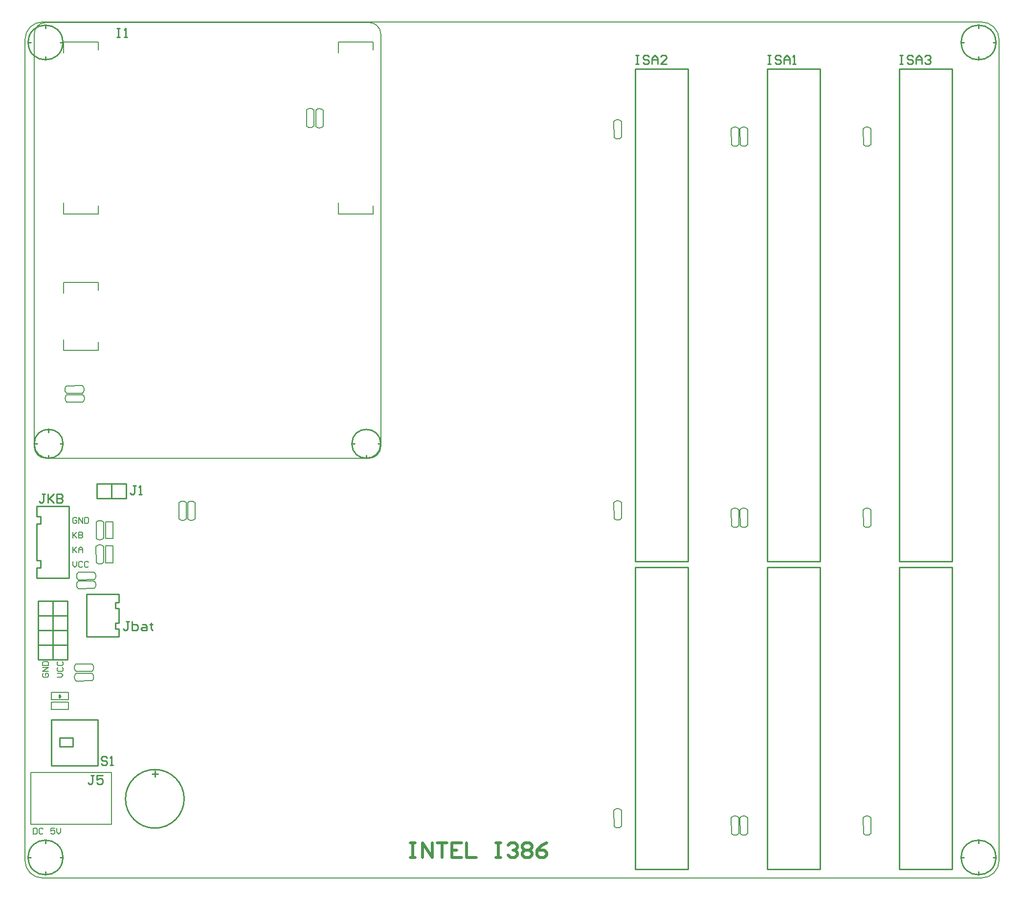
<source format=gto>
%FSLAX44Y44*%
%MOMM*%
G71*
G01*
G75*
%ADD10R,0.8890X0.9652*%
%ADD11R,0.8000X0.9000*%
%ADD12R,1.0160X0.9400*%
%ADD13R,1.0160X0.9398*%
%ADD14R,0.9400X1.0160*%
%ADD15R,0.9398X1.0160*%
%ADD16R,0.9652X0.8890*%
%ADD17R,2.2000X0.3600*%
%ADD18R,3.0000X1.0000*%
%ADD19C,0.2000*%
%ADD20C,0.2032*%
%ADD21C,0.2540*%
%ADD22C,1.5240*%
%ADD23C,0.5080*%
%ADD24O,1.0160X1.6510*%
%ADD25O,1.4000X3.8000*%
%ADD26O,3.8000X1.4000*%
%ADD27C,1.5240*%
%ADD28R,1.5240X1.5240*%
%ADD29C,1.7780*%
%ADD30C,1.2700*%
%ADD31R,1.2700X1.2700*%
%ADD32C,4.0000*%
%ADD33C,5.0000*%
%ADD34C,0.4000*%
%ADD35C,0.3810*%
%ADD36C,2.0000*%
%ADD37C,0.6350*%
%ADD38C,0.3810*%
%ADD39C,0.1270*%
%ADD40C,0.1524*%
%ADD41C,0.1500*%
%ADD42C,0.2286*%
D19*
X-1061000Y-609000D02*
G03*
X-1041000Y-629000I20000J0D01*
G01*
X-481000D02*
G03*
X-461000Y-609000I0J20000D01*
G01*
X-1041000Y126000D02*
G03*
X-1061000Y106000I0J-20000D01*
G01*
X-461000Y106000D02*
G03*
X-481000Y126000I-20000J0D01*
G01*
X-1041000D02*
X-481000D01*
X-1041000Y-629000D02*
X-481000D01*
X-1061000Y-609000D02*
Y106000D01*
X-461000Y-609000D02*
Y106000D01*
D20*
X579120Y-1356360D02*
G03*
X609600Y-1325880I0J30480D01*
G01*
Y96520D02*
G03*
X579120Y127000I-30480J0D01*
G01*
X-1076960Y-1325880D02*
G03*
X-1046480Y-1356360I30480J0D01*
G01*
Y127000D02*
G03*
X-1076960Y96520I0J-30480D01*
G01*
X-1066800Y-1173480D02*
X-927100D01*
Y-1263650D02*
Y-1173480D01*
X-1066800Y-1263650D02*
X-927100D01*
X-1066800D02*
Y-1173480D01*
X-1046480Y-1356360D02*
X579120D01*
X-1076960Y-1325880D02*
Y96520D01*
X-1046480Y127000D02*
X579120D01*
X609600Y-1325880D02*
Y96520D01*
X-950000Y78500D02*
Y92500D01*
X-1010000Y73500D02*
Y92500D01*
X-950000D01*
X-1010000Y-205500D02*
Y-186500D01*
X-950000Y-205500D02*
Y-191500D01*
X-1010000Y-205500D02*
X-950000D01*
X-474000Y78500D02*
Y92500D01*
X-534000Y73500D02*
Y92500D01*
X-474000D01*
X-534000Y-205500D02*
Y-186500D01*
X-474000Y-205500D02*
Y-191500D01*
X-534000Y-205500D02*
X-474000D01*
X-1010000Y-442000D02*
X-950000D01*
Y-428000D01*
X-1010000Y-442000D02*
Y-423000D01*
X-1010000Y-324000D02*
X-950000D01*
X-1010000Y-343000D02*
Y-324000D01*
X-950000Y-338000D02*
Y-324000D01*
X-987639Y-733216D02*
X-989332Y-731523D01*
X-992717D01*
X-994410Y-733216D01*
Y-739987D01*
X-992717Y-741680D01*
X-989332D01*
X-987639Y-739987D01*
Y-736602D01*
X-991024D01*
X-984253Y-741680D02*
Y-731523D01*
X-977482Y-741680D01*
Y-731523D01*
X-974097D02*
Y-741680D01*
X-969018D01*
X-967325Y-739987D01*
Y-733216D01*
X-969018Y-731523D01*
X-974097D01*
X-994410Y-756923D02*
Y-767080D01*
Y-763694D01*
X-987639Y-756923D01*
X-992717Y-762002D01*
X-987639Y-767080D01*
X-984253Y-756923D02*
Y-767080D01*
X-979175D01*
X-977482Y-765387D01*
Y-763694D01*
X-979175Y-762002D01*
X-984253D01*
X-979175D01*
X-977482Y-760309D01*
Y-758616D01*
X-979175Y-756923D01*
X-984253D01*
X-994410Y-782323D02*
Y-792480D01*
Y-789094D01*
X-987639Y-782323D01*
X-992717Y-787402D01*
X-987639Y-792480D01*
X-984253D02*
Y-785709D01*
X-980868Y-782323D01*
X-977482Y-785709D01*
Y-792480D01*
Y-787402D01*
X-984253D01*
X-994410Y-807723D02*
Y-814494D01*
X-991024Y-817880D01*
X-987639Y-814494D01*
Y-807723D01*
X-977482Y-809416D02*
X-979175Y-807723D01*
X-982561D01*
X-984253Y-809416D01*
Y-816187D01*
X-982561Y-817880D01*
X-979175D01*
X-977482Y-816187D01*
X-967325Y-809416D02*
X-969018Y-807723D01*
X-972404D01*
X-974097Y-809416D01*
Y-816187D01*
X-972404Y-817880D01*
X-969018D01*
X-967325Y-816187D01*
X-1021077Y-1008380D02*
X-1014306D01*
X-1010920Y-1004994D01*
X-1014306Y-1001609D01*
X-1021077D01*
X-1019384Y-991452D02*
X-1021077Y-993145D01*
Y-996531D01*
X-1019384Y-998223D01*
X-1012613D01*
X-1010920Y-996531D01*
Y-993145D01*
X-1012613Y-991452D01*
X-1019384Y-981295D02*
X-1021077Y-982988D01*
Y-986374D01*
X-1019384Y-988067D01*
X-1012613D01*
X-1010920Y-986374D01*
Y-982988D01*
X-1012613Y-981295D01*
X-1044784Y-1001609D02*
X-1046477Y-1003302D01*
Y-1006687D01*
X-1044784Y-1008380D01*
X-1038013D01*
X-1036320Y-1006687D01*
Y-1003302D01*
X-1038013Y-1001609D01*
X-1041398D01*
Y-1004994D01*
X-1036320Y-998223D02*
X-1046477D01*
X-1036320Y-991452D01*
X-1046477D01*
Y-988067D02*
X-1036320D01*
Y-982988D01*
X-1038013Y-981295D01*
X-1044784D01*
X-1046477Y-982988D01*
Y-988067D01*
X-1062990Y-1270003D02*
Y-1280160D01*
X-1057912D01*
X-1056219Y-1278467D01*
Y-1271696D01*
X-1057912Y-1270003D01*
X-1062990D01*
X-1046062Y-1271696D02*
X-1047755Y-1270003D01*
X-1051141D01*
X-1052833Y-1271696D01*
Y-1278467D01*
X-1051141Y-1280160D01*
X-1047755D01*
X-1046062Y-1278467D01*
X-1025749Y-1270003D02*
X-1032520D01*
Y-1275082D01*
X-1029134Y-1273389D01*
X-1027441D01*
X-1025749Y-1275082D01*
Y-1278467D01*
X-1027441Y-1280160D01*
X-1030827D01*
X-1032520Y-1278467D01*
X-1022363Y-1270003D02*
Y-1276774D01*
X-1018978Y-1280160D01*
X-1015592Y-1276774D01*
Y-1270003D01*
D21*
X-801370Y-1219200D02*
G03*
X-801370Y-1219200I-50800J0D01*
G01*
X-1011000Y-604000D02*
G03*
X-1011000Y-604000I-25000J0D01*
G01*
X-461000D02*
G03*
X-461000Y-604000I-25000J0D01*
G01*
X-1011400Y91440D02*
G03*
X-1011400Y91440I-30000J0D01*
G01*
Y-1320800D02*
G03*
X-1011400Y-1320800I-30000J0D01*
G01*
X604040Y91440D02*
G03*
X604040Y91440I-30000J0D01*
G01*
Y-1320800D02*
G03*
X604040Y-1320800I-30000J0D01*
G01*
X-1054100Y-876300D02*
X-1003300D01*
X-1054100Y-901700D02*
Y-876300D01*
Y-901700D02*
X-1003300D01*
Y-876300D01*
X-1028700Y-901700D02*
Y-876300D01*
X-1054100Y-901700D02*
X-1003300D01*
X-1054100Y-927100D02*
Y-901700D01*
Y-927100D02*
X-1003300D01*
Y-901700D01*
X-1028700Y-927100D02*
Y-901700D01*
X-1054100Y-927100D02*
X-1003300D01*
X-1054100Y-952500D02*
Y-927100D01*
Y-952500D02*
X-1003300D01*
Y-927100D01*
X-1028700Y-952500D02*
Y-927100D01*
X-1054100Y-952500D02*
X-1003300D01*
X-1054100Y-977900D02*
Y-952500D01*
Y-977900D02*
X-1003300D01*
Y-952500D01*
X-1028700Y-977900D02*
Y-952500D01*
X-1017270Y-1129030D02*
X-994410D01*
X-1017270D02*
Y-1113790D01*
X-994410Y-1129030D02*
Y-1113790D01*
X-1017270D02*
X-994410D01*
X-1031240Y-1162050D02*
Y-1082040D01*
Y-1162050D02*
X-951230D01*
Y-1082040D01*
X-1031240D02*
X-951230D01*
X-1056640Y-742950D02*
X-1050290D01*
X-1056640Y-806450D02*
X-1050290D01*
Y-742950D02*
Y-730250D01*
X-1056640D02*
X-1050290D01*
X-1056640D02*
Y-712470D01*
Y-806450D02*
Y-742950D01*
Y-836930D02*
Y-819150D01*
X-1050290D02*
Y-806450D01*
X-1056640Y-819150D02*
X-1050290D01*
X-1000760Y-836930D02*
Y-712470D01*
X-1056640Y-836930D02*
X-1000760D01*
X-1056640Y-712470D02*
X-1000760D01*
X-857250Y-1176020D02*
X-847090D01*
X-852170Y-1181100D02*
Y-1170940D01*
X436880Y-1341120D02*
Y-817880D01*
Y-1341120D02*
X528320D01*
Y-817880D01*
X436880D02*
X528320D01*
X436880Y-807720D02*
X528320D01*
X436880Y45720D02*
X528320D01*
Y-807720D02*
Y45720D01*
X436880Y-807720D02*
Y45720D01*
X-20320Y-1341120D02*
Y-817880D01*
Y-1341120D02*
X71120D01*
Y-817880D01*
X-20320D02*
X71120D01*
X-20320Y-807720D02*
X71120D01*
X-20320Y45720D02*
X71120D01*
Y-807720D02*
Y45720D01*
X-20320Y-807720D02*
Y45720D01*
X208280Y-1341120D02*
Y-817880D01*
Y-1341120D02*
X299720D01*
Y-817880D01*
X208280D02*
X299720D01*
X208280Y-807720D02*
X299720D01*
X208280Y45720D02*
X299720D01*
Y-807720D02*
Y45720D01*
X208280Y-807720D02*
Y45720D01*
X-486000Y-629080D02*
Y-624000D01*
X-510572Y-604000D02*
X-506000D01*
X-466000D02*
X-461146D01*
X-1036000Y-629080D02*
Y-624000D01*
X-1060572Y-604000D02*
X-1056000D01*
X-1036000Y-584000D02*
Y-578666D01*
X-1016000Y-604000D02*
X-1011146D01*
X-920750Y-914400D02*
X-914400D01*
X-920750Y-889000D02*
X-914400D01*
X-920750Y-924560D02*
Y-914400D01*
Y-924560D02*
X-914400D01*
Y-914400D02*
Y-889000D01*
Y-938530D02*
Y-924560D01*
Y-878840D02*
Y-864870D01*
X-920750Y-889000D02*
Y-878840D01*
X-914400D01*
X-970280Y-938530D02*
Y-864870D01*
X-914400D01*
X-970280Y-938530D02*
X-914400D01*
X-952500Y-698500D02*
X-901700D01*
Y-673100D01*
X-952500D02*
X-901700D01*
X-952500Y-698500D02*
Y-673100D01*
X-927100Y-698500D02*
Y-673100D01*
X-1016254Y91440D02*
X-1011400D01*
X-1041400Y116078D02*
Y121412D01*
X-1071118Y91440D02*
X-1066546D01*
X-1041400Y61468D02*
Y66548D01*
X-1016254Y-1320800D02*
X-1011400D01*
X-1041400Y-1296162D02*
Y-1290828D01*
X-1071118Y-1320800D02*
X-1066546D01*
X-1041400Y-1350772D02*
Y-1345692D01*
X599186Y91440D02*
X604040D01*
X574040Y116078D02*
Y121412D01*
X544322Y91440D02*
X548894D01*
X574040Y61468D02*
Y66548D01*
X599186Y-1320800D02*
X604040D01*
X574040Y-1296162D02*
Y-1290828D01*
X544322Y-1320800D02*
X548894D01*
X574040Y-1350772D02*
Y-1345692D01*
X-957583Y-1178565D02*
X-962662D01*
X-960123D01*
Y-1191261D01*
X-962662Y-1193800D01*
X-965201D01*
X-967740Y-1191261D01*
X-942348Y-1178565D02*
X-952505D01*
Y-1186182D01*
X-947427Y-1183643D01*
X-944887D01*
X-942348Y-1186182D01*
Y-1191261D01*
X-944887Y-1193800D01*
X-949966D01*
X-952505Y-1191261D01*
X-1042673Y-690885D02*
X-1047752D01*
X-1045212D01*
Y-703581D01*
X-1047752Y-706120D01*
X-1050291D01*
X-1052830Y-703581D01*
X-1037595Y-690885D02*
Y-706120D01*
Y-701042D01*
X-1027438Y-690885D01*
X-1035056Y-698503D01*
X-1027438Y-706120D01*
X-1022360Y-690885D02*
Y-706120D01*
X-1014742D01*
X-1012203Y-703581D01*
Y-701042D01*
X-1014742Y-698503D01*
X-1022360D01*
X-1014742D01*
X-1012203Y-695963D01*
Y-693424D01*
X-1014742Y-690885D01*
X-1022360D01*
X-934723Y-1148084D02*
X-937262Y-1145545D01*
X-942341D01*
X-944880Y-1148084D01*
Y-1150623D01*
X-942341Y-1153163D01*
X-937262D01*
X-934723Y-1155702D01*
Y-1158241D01*
X-937262Y-1160780D01*
X-942341D01*
X-944880Y-1158241D01*
X-929645Y-1160780D02*
X-924567D01*
X-927106D01*
Y-1145545D01*
X-929645Y-1148084D01*
X438023Y69718D02*
X443101D01*
X440562D01*
Y54483D01*
X438023D01*
X443101D01*
X460876Y67179D02*
X458336Y69718D01*
X453258D01*
X450719Y67179D01*
Y64640D01*
X453258Y62101D01*
X458336D01*
X460876Y59561D01*
Y57022D01*
X458336Y54483D01*
X453258D01*
X450719Y57022D01*
X465954Y54483D02*
Y64640D01*
X471032Y69718D01*
X476111Y64640D01*
Y54483D01*
Y62101D01*
X465954D01*
X481189Y67179D02*
X483728Y69718D01*
X488807D01*
X491346Y67179D01*
Y64640D01*
X488807Y62101D01*
X486267D01*
X488807D01*
X491346Y59561D01*
Y57022D01*
X488807Y54483D01*
X483728D01*
X481189Y57022D01*
X-19177Y69718D02*
X-14099D01*
X-16638D01*
Y54483D01*
X-19177D01*
X-14099D01*
X3676Y67179D02*
X1136Y69718D01*
X-3942D01*
X-6481Y67179D01*
Y64640D01*
X-3942Y62101D01*
X1136D01*
X3676Y59561D01*
Y57022D01*
X1136Y54483D01*
X-3942D01*
X-6481Y57022D01*
X8754Y54483D02*
Y64640D01*
X13832Y69718D01*
X18911Y64640D01*
Y54483D01*
Y62101D01*
X8754D01*
X34146Y54483D02*
X23989D01*
X34146Y64640D01*
Y67179D01*
X31607Y69718D01*
X26528D01*
X23989Y67179D01*
X209423Y69718D02*
X214501D01*
X211962D01*
Y54483D01*
X209423D01*
X214501D01*
X232276Y67179D02*
X229736Y69718D01*
X224658D01*
X222119Y67179D01*
Y64640D01*
X224658Y62101D01*
X229736D01*
X232276Y59561D01*
Y57022D01*
X229736Y54483D01*
X224658D01*
X222119Y57022D01*
X237354Y54483D02*
Y64640D01*
X242432Y69718D01*
X247511Y64640D01*
Y54483D01*
Y62101D01*
X237354D01*
X252589Y54483D02*
X257667D01*
X255128D01*
Y69718D01*
X252589Y67179D01*
X-917500Y115735D02*
X-912422D01*
X-914961D01*
Y100500D01*
X-917500D01*
X-912422D01*
X-904804D02*
X-899726D01*
X-902265D01*
Y115735D01*
X-904804Y113196D01*
X-885193Y-676915D02*
X-890272D01*
X-887732D01*
Y-689611D01*
X-890272Y-692150D01*
X-892811D01*
X-895350Y-689611D01*
X-880115Y-692150D02*
X-875037D01*
X-877576D01*
Y-676915D01*
X-880115Y-679454D01*
X-896623Y-911865D02*
X-901702D01*
X-899163D01*
Y-924561D01*
X-901702Y-927100D01*
X-904241D01*
X-906780Y-924561D01*
X-891545Y-911865D02*
Y-927100D01*
X-883927D01*
X-881388Y-924561D01*
Y-922022D01*
Y-919482D01*
X-883927Y-916943D01*
X-891545D01*
X-873771D02*
X-868692D01*
X-866153Y-919482D01*
Y-927100D01*
X-873771D01*
X-876310Y-924561D01*
X-873771Y-922022D01*
X-866153D01*
X-858536Y-914404D02*
Y-916943D01*
X-861075D01*
X-855996D01*
X-858536D01*
Y-924561D01*
X-855996Y-927100D01*
D23*
X-410210Y-1295408D02*
X-401746D01*
X-405978D01*
Y-1320800D01*
X-410210D01*
X-401746D01*
X-389050D02*
Y-1295408D01*
X-372122Y-1320800D01*
Y-1295408D01*
X-363658D02*
X-346730D01*
X-355194D01*
Y-1320800D01*
X-321339Y-1295408D02*
X-338267D01*
Y-1320800D01*
X-321339D01*
X-338267Y-1308104D02*
X-329803D01*
X-312875Y-1295408D02*
Y-1320800D01*
X-295947D01*
X-262091Y-1295408D02*
X-253627D01*
X-257859D01*
Y-1320800D01*
X-262091D01*
X-253627D01*
X-240931Y-1299640D02*
X-236699Y-1295408D01*
X-228235D01*
X-224004Y-1299640D01*
Y-1303872D01*
X-228235Y-1308104D01*
X-232467D01*
X-228235D01*
X-224004Y-1312336D01*
Y-1316568D01*
X-228235Y-1320800D01*
X-236699D01*
X-240931Y-1316568D01*
X-215540Y-1299640D02*
X-211308Y-1295408D01*
X-202844D01*
X-198612Y-1299640D01*
Y-1303872D01*
X-202844Y-1308104D01*
X-198612Y-1312336D01*
Y-1316568D01*
X-202844Y-1320800D01*
X-211308D01*
X-215540Y-1316568D01*
Y-1312336D01*
X-211308Y-1308104D01*
X-215540Y-1303872D01*
Y-1299640D01*
X-211308Y-1308104D02*
X-202844D01*
X-173220Y-1295408D02*
X-181684Y-1299640D01*
X-190148Y-1308104D01*
Y-1316568D01*
X-185916Y-1320800D01*
X-177452D01*
X-173220Y-1316568D01*
Y-1312336D01*
X-177452Y-1308104D01*
X-190148D01*
D39*
X374612Y-1279550D02*
G03*
X387388Y-1279550I6388J5999D01*
G01*
X387323Y-1251601D02*
G03*
X374549Y-1251746I-6323J-5694D01*
G01*
X374612Y-746150D02*
G03*
X387388Y-746150I6388J5999D01*
G01*
X387323Y-718201D02*
G03*
X374549Y-718346I-6323J-5694D01*
G01*
X374612Y-85750D02*
G03*
X387388Y-85750I6388J5999D01*
G01*
X387323Y-57801D02*
G03*
X374549Y-57946I-6323J-5694D01*
G01*
X-57188Y-73050D02*
G03*
X-44412Y-73050I6388J5999D01*
G01*
X-44477Y-45101D02*
G03*
X-57251Y-45246I-6323J-5694D01*
G01*
X-57188Y-733450D02*
G03*
X-44412Y-733450I6388J5999D01*
G01*
X-44477Y-705501D02*
G03*
X-57251Y-705646I-6323J-5694D01*
G01*
X-57188Y-1266850D02*
G03*
X-44412Y-1266850I6388J5999D01*
G01*
X-44477Y-1238901D02*
G03*
X-57251Y-1239046I-6323J-5694D01*
G01*
X146012Y-85750D02*
G03*
X158788Y-85750I6388J5999D01*
G01*
X158723Y-57801D02*
G03*
X145949Y-57946I-6323J-5694D01*
G01*
X161252Y-85750D02*
G03*
X174028Y-85750I6388J5999D01*
G01*
X173963Y-57801D02*
G03*
X161189Y-57946I-6323J-5694D01*
G01*
X161252Y-746150D02*
G03*
X174028Y-746150I6388J5999D01*
G01*
X173963Y-718201D02*
G03*
X161189Y-718346I-6323J-5694D01*
G01*
X146012Y-746150D02*
G03*
X158788Y-746150I6388J5999D01*
G01*
X158723Y-718201D02*
G03*
X145949Y-718346I-6323J-5694D01*
G01*
X146012Y-1279550D02*
G03*
X158788Y-1279550I6388J5999D01*
G01*
X158723Y-1251601D02*
G03*
X145949Y-1251746I-6323J-5694D01*
G01*
X161252Y-1279550D02*
G03*
X174028Y-1279550I6388J5999D01*
G01*
X173963Y-1251601D02*
G03*
X161189Y-1251746I-6323J-5694D01*
G01*
X-956920Y-839508D02*
G03*
X-956920Y-826732I-5999J6388D01*
G01*
X-984869Y-826797D02*
G03*
X-984724Y-839571I5694J-6323D01*
G01*
X-956920Y-854748D02*
G03*
X-956920Y-841972I-5999J6388D01*
G01*
X-984869Y-842037D02*
G03*
X-984724Y-854811I5694J-6323D01*
G01*
X-941032Y-739750D02*
G03*
X-953808Y-739750I-6388J-5999D01*
G01*
X-953743Y-767699D02*
G03*
X-940969Y-767554I6323J5694D01*
G01*
X-953808Y-809650D02*
G03*
X-941032Y-809650I6388J5999D01*
G01*
X-941097Y-781701D02*
G03*
X-953871Y-781846I-6323J-5694D01*
G01*
X-960730Y-998258D02*
G03*
X-960730Y-985482I-5999J6388D01*
G01*
X-988679Y-985547D02*
G03*
X-988534Y-998321I5694J-6323D01*
G01*
X-960730Y-1014768D02*
G03*
X-960730Y-1001992I-5999J6388D01*
G01*
X-988679Y-1002057D02*
G03*
X-988534Y-1014831I5694J-6323D01*
G01*
X-576782Y-25480D02*
G03*
X-589558Y-25480I-6388J-5999D01*
G01*
X-589493Y-53429D02*
G03*
X-576719Y-53284I6323J5694D01*
G01*
X-560782Y-25980D02*
G03*
X-573558Y-25980I-6388J-5999D01*
G01*
X-573493Y-53929D02*
G03*
X-560719Y-53784I6323J5694D01*
G01*
X-1004670Y-518942D02*
G03*
X-1004670Y-531718I5999J-6388D01*
G01*
X-976721Y-531653D02*
G03*
X-976866Y-518879I-5694J6323D01*
G01*
X-1005170Y-503442D02*
G03*
X-1005170Y-516218I5999J-6388D01*
G01*
X-977221Y-516153D02*
G03*
X-977366Y-503379I-5694J6323D01*
G01*
X-810378Y-734020D02*
G03*
X-797602Y-734020I6388J5999D01*
G01*
X-797667Y-706071D02*
G03*
X-810441Y-706216I-6323J-5694D01*
G01*
X-795378Y-734020D02*
G03*
X-782602Y-734020I6388J5999D01*
G01*
X-782667Y-706071D02*
G03*
X-795441Y-706216I-6323J-5694D01*
G01*
X387325Y-1251603D02*
X387386Y-1279553D01*
X374548Y-1251748D02*
X374607Y-1279545D01*
X387325Y-718203D02*
X387386Y-746153D01*
X374548Y-718348D02*
X374607Y-746145D01*
X387325Y-57803D02*
X387386Y-85753D01*
X374548Y-57948D02*
X374607Y-85745D01*
X-44475Y-45103D02*
X-44414Y-73053D01*
X-57252Y-45248D02*
X-57193Y-73045D01*
X-44475Y-705503D02*
X-44414Y-733453D01*
X-57252Y-705648D02*
X-57193Y-733445D01*
X-44475Y-1238903D02*
X-44414Y-1266853D01*
X-57252Y-1239048D02*
X-57193Y-1266845D01*
X158725Y-57803D02*
X158786Y-85753D01*
X145948Y-57948D02*
X146007Y-85745D01*
X173965Y-57803D02*
X174026Y-85753D01*
X161188Y-57948D02*
X161247Y-85745D01*
X173965Y-718203D02*
X174026Y-746153D01*
X161188Y-718348D02*
X161247Y-746145D01*
X158725Y-718203D02*
X158786Y-746153D01*
X145948Y-718348D02*
X146007Y-746145D01*
X158725Y-1251603D02*
X158786Y-1279553D01*
X145948Y-1251748D02*
X146007Y-1279545D01*
X173965Y-1251603D02*
X174026Y-1279553D01*
X161188Y-1251748D02*
X161247Y-1279545D01*
X-984867Y-826795D02*
X-956917Y-826734D01*
X-984722Y-839572D02*
X-956925Y-839513D01*
X-984867Y-842035D02*
X-956917Y-841974D01*
X-984722Y-854812D02*
X-956925Y-854753D01*
X-953806Y-739747D02*
X-953745Y-767697D01*
X-941027Y-739755D02*
X-940968Y-767552D01*
X-941095Y-781703D02*
X-941034Y-809653D01*
X-953872Y-781848D02*
X-953813Y-809645D01*
X-988677Y-985545D02*
X-960727Y-985484D01*
X-988532Y-998322D02*
X-960735Y-998263D01*
X-988677Y-1002055D02*
X-960727Y-1001994D01*
X-988532Y-1014832D02*
X-960735Y-1014773D01*
X-589556Y-25477D02*
X-589495Y-53427D01*
X-576777Y-25485D02*
X-576718Y-53282D01*
X-573556Y-25977D02*
X-573495Y-53927D01*
X-560777Y-25985D02*
X-560718Y-53782D01*
X-1004673Y-531716D02*
X-976723Y-531655D01*
X-1004665Y-518937D02*
X-976868Y-518878D01*
X-1005173Y-516216D02*
X-977223Y-516155D01*
X-1005165Y-503437D02*
X-977368Y-503378D01*
X-797665Y-706073D02*
X-797604Y-734023D01*
X-810442Y-706218D02*
X-810383Y-734015D01*
X-782665Y-706073D02*
X-782604Y-734023D01*
X-795442Y-706218D02*
X-795383Y-734015D01*
D40*
X-937260Y-810260D02*
X-924560D01*
X-937260Y-781050D02*
X-924560D01*
X-937260Y-768350D02*
X-924560D01*
X-937260Y-739140D02*
X-924560D01*
X-1031240Y-1064260D02*
Y-1051560D01*
X-1002030Y-1064260D02*
Y-1051560D01*
D41*
X-924560Y-810260D02*
Y-781050D01*
X-937260Y-810260D02*
Y-781050D01*
X-1031676Y-1047750D02*
X-1001704D01*
Y-1035050D01*
X-1031676D02*
X-1001704D01*
X-1031676Y-1047750D02*
Y-1035050D01*
X-924560Y-768350D02*
Y-739140D01*
X-937260Y-768350D02*
Y-739140D01*
X-1031240Y-1064260D02*
X-1002030D01*
X-1031240Y-1051560D02*
X-1002030D01*
D42*
X-1017960Y-1038860D02*
X-1015420Y-1041400D01*
X-1017960Y-1043940D02*
X-1015420Y-1041400D01*
X-1017960Y-1043940D02*
Y-1038860D01*
M02*

</source>
